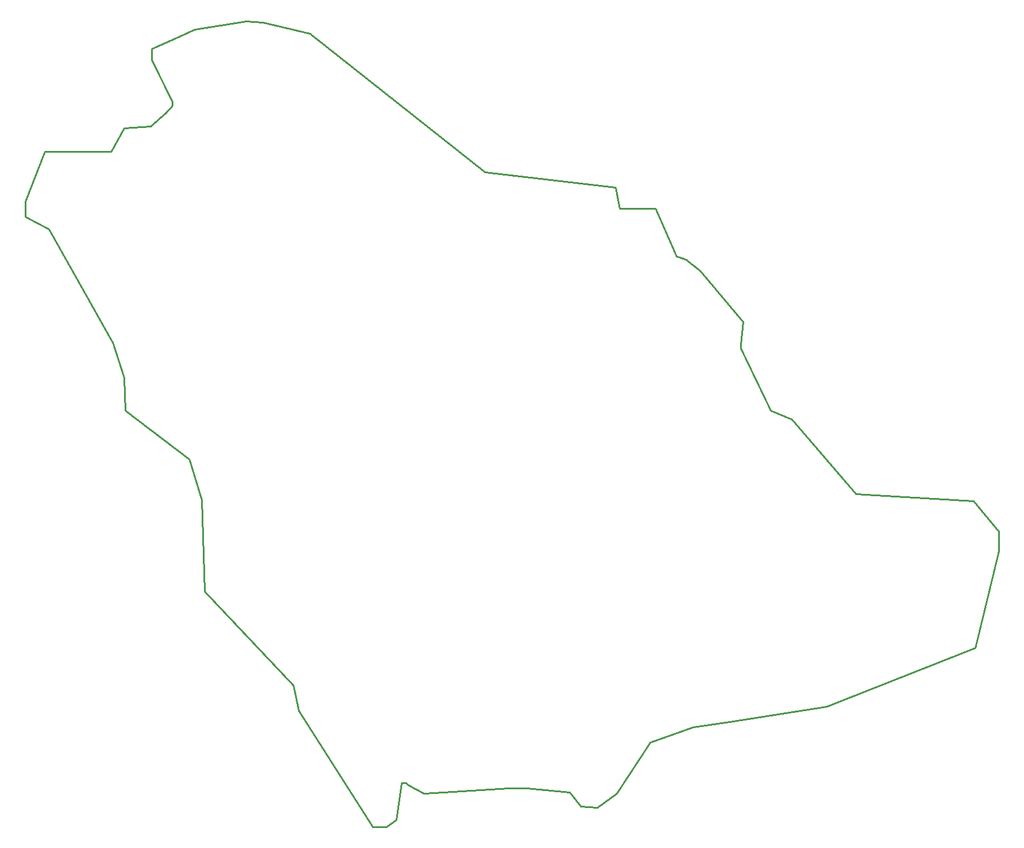
<source format=gbr>
G04 EAGLE Gerber RS-274X export*
G75*
%MOMM*%
%FSLAX34Y34*%
%LPD*%
%IN*%
%IPPOS*%
%AMOC8*
5,1,8,0,0,1.08239X$1,22.5*%
G01*
%ADD10C,0.254000*%


D10*
X1822000Y1338000D02*
X1856000Y1320000D01*
X1948000Y1156000D01*
X1964000Y1106000D01*
X1966000Y1058000D01*
X2058000Y988000D01*
X2076000Y930000D01*
X2080000Y798000D01*
X2208000Y662000D01*
X2216000Y626000D01*
X2322000Y458000D01*
X2342000Y458000D01*
X2356000Y468000D01*
X2364000Y522000D01*
X2370000Y522000D01*
X2374000Y518000D01*
X2396000Y506000D01*
X2518000Y514000D01*
X2544000Y514000D01*
X2606000Y508000D01*
X2622000Y488000D01*
X2646000Y486000D01*
X2674000Y506000D01*
X2722000Y580000D01*
X2784000Y602000D01*
X2836000Y610000D01*
X2976000Y632000D01*
X3190000Y716000D01*
X3224000Y856000D01*
X3224000Y884000D01*
X3188000Y928000D01*
X3018000Y938000D01*
X2926000Y1046000D01*
X2896000Y1058000D01*
X2852000Y1148000D01*
X2852000Y1154000D01*
X2856000Y1186000D01*
X2794000Y1260000D01*
X2774000Y1276000D01*
X2762000Y1280000D01*
X2760000Y1280000D01*
X2730000Y1350000D01*
X2678000Y1350000D01*
X2672000Y1380000D01*
X2484000Y1402000D01*
X2232000Y1602000D01*
X2164000Y1618000D01*
X2140000Y1620000D01*
X2066000Y1608000D01*
X2044000Y1598000D01*
X2004000Y1580000D01*
X2004000Y1564000D01*
X2034000Y1504000D01*
X2034000Y1498000D01*
X2024000Y1488000D01*
X2002000Y1468000D01*
X1964000Y1466000D01*
X1946000Y1432000D01*
X1850000Y1432000D01*
X1822000Y1360000D01*
X1822000Y1338000D01*
M02*

</source>
